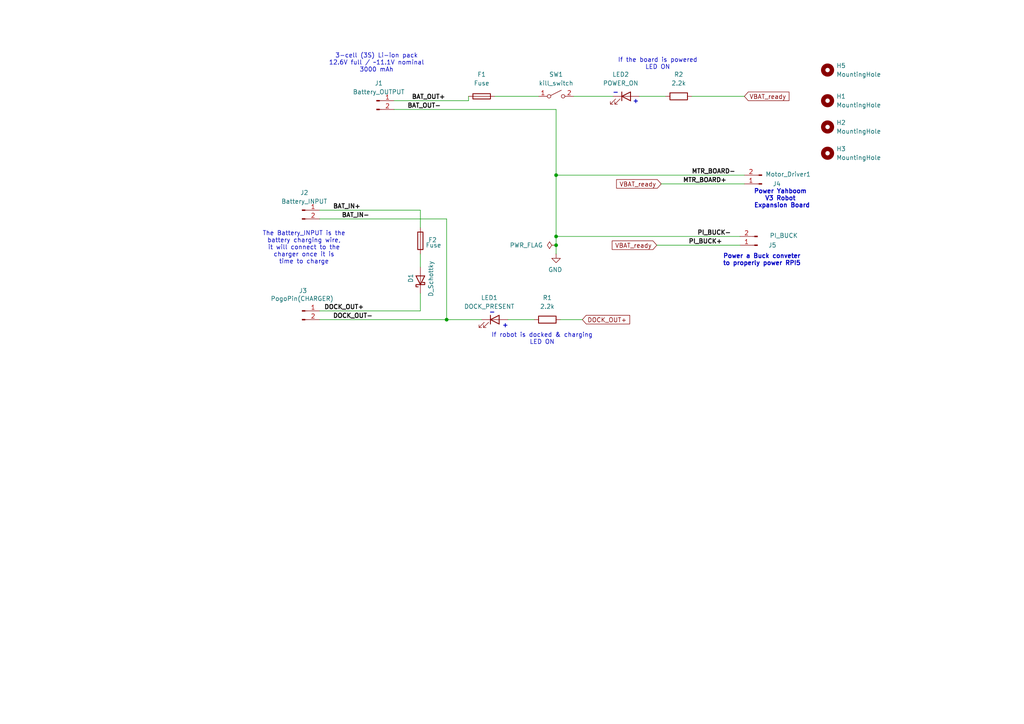
<source format=kicad_sch>
(kicad_sch (version 20250114) (generator "eeschema") (generator_version "9.0")
  (paper "A4")
  (title_block (title "Lifeline Bot Power Board") (date "2025") (rev "2/7/2026"))
  (lib_symbols
    (symbol "Connector:Conn_01x02_Pin" (pin_names (offset 1.016) (hide yes))
      (property "Reference" "J" (at 0 2.54 0))
      (property "Value" "Conn_01x02_Pin" (at 0 -5.08 0))
      (symbol "Conn_01x02_Pin_1_1"
        (rectangle (start 0.8636 0.127) (end 0 -0.127) (stroke (width 0.1524)) (fill (type outline)))
        (rectangle (start 0.8636 -2.413) (end 0 -2.667) (stroke (width 0.1524)) (fill (type outline)))
        (polyline (pts (xy 1.27 0) (xy 0.8636 0)) (stroke (width 0.1524)))
        (polyline (pts (xy 1.27 -2.54) (xy 0.8636 -2.54)) (stroke (width 0.1524)))
        (pin passive line (at 5.08 0 180) (length 3.81) (name "Pin_1") (number "1"))
        (pin passive line (at 5.08 -2.54 180) (length 3.81) (name "Pin_2") (number "2"))
      )
    )
    (symbol "Device:D_Schottky" (pin_numbers (hide yes)) (pin_names (offset 1.016) (hide yes))
      (property "Reference" "D" (at 0 2.54 0))
      (property "Value" "D_Schottky" (at 0 -2.54 0))
      (symbol "D_Schottky_0_1"
        (polyline (pts (xy -1.905 0.635) (xy -1.905 1.27) (xy -1.27 1.27) (xy -1.27 -1.27) (xy -0.635 -1.27) (xy -0.635 -0.635)) (stroke (width 0.254)))
        (polyline (pts (xy 1.27 1.27) (xy 1.27 -1.27) (xy -1.27 0) (xy 1.27 1.27)) (stroke (width 0.254)))
        (polyline (pts (xy 1.27 0) (xy -1.27 0)))
      )
      (symbol "D_Schottky_1_1"
        (pin passive line (at -3.81 0 0) (length 2.54) (name "K") (number "1"))
        (pin passive line (at 3.81 0 180) (length 2.54) (name "A") (number "2"))
      )
    )
    (symbol "Device:Fuse" (pin_numbers (hide yes)) (pin_names (offset 0))
      (property "Reference" "F" (at 2.032 0 90))
      (property "Value" "Fuse" (at -1.905 0 90))
      (symbol "Fuse_0_1"
        (rectangle (start -0.762 -2.54) (end 0.762 2.54) (stroke (width 0.254)))
        (polyline (pts (xy 0 2.54) (xy 0 -2.54)))
      )
      (symbol "Fuse_1_1"
        (pin passive line (at 0 3.81 270) (length 1.27) (name "~") (number "1"))
        (pin passive line (at 0 -3.81 90) (length 1.27) (name "~") (number "2"))
      )
    )
    (symbol "Device:LED" (pin_numbers (hide yes)) (pin_names (offset 1.016) (hide yes))
      (property "Reference" "D" (at 0 2.54 0))
      (property "Value" "LED" (at 0 -2.54 0))
      (symbol "LED_0_1"
        (polyline (pts (xy -3.048 -0.762) (xy -4.572 -2.286) (xy -3.81 -2.286) (xy -4.572 -2.286) (xy -4.572 -1.524)))
        (polyline (pts (xy -1.778 -0.762) (xy -3.302 -2.286) (xy -2.54 -2.286) (xy -3.302 -2.286) (xy -3.302 -1.524)))
        (polyline (pts (xy -1.27 0) (xy 1.27 0)))
        (polyline (pts (xy -1.27 -1.27) (xy -1.27 1.27)) (stroke (width 0.254)))
        (polyline (pts (xy 1.27 -1.27) (xy 1.27 1.27) (xy -1.27 0) (xy 1.27 -1.27)) (stroke (width 0.254)))
      )
      (symbol "LED_1_1"
        (pin passive line (at -3.81 0 0) (length 2.54) (name "K") (number "1"))
        (pin passive line (at 3.81 0 180) (length 2.54) (name "A") (number "2"))
      )
    )
    (symbol "Device:R" (pin_numbers (hide yes)) (pin_names (offset 0))
      (property "Reference" "R" (at 2.032 0 90))
      (property "Value" "R" (at 0 0 90))
      (symbol "R_0_1"
        (rectangle (start -1.016 -2.54) (end 1.016 2.54) (stroke (width 0.254)))
      )
      (symbol "R_1_1"
        (pin passive line (at 0 3.81 270) (length 1.27) (name "~") (number "1"))
        (pin passive line (at 0 -3.81 90) (length 1.27) (name "~") (number "2"))
      )
    )
    (symbol "Mechanical:MountingHole" (pin_names (offset 1.016)) (in_bom no)
      (property "Reference" "H" (at 0 5.08 0))
      (property "Value" "MountingHole" (at 0 3.175 0))
      (symbol "MountingHole_0_1"
        (circle (center 0 0) (radius 1.27) (stroke (width 1.27)))
      )
    )
    (symbol "Switch:SW_SPST" (pin_names (offset 0) (hide yes))
      (property "Reference" "SW" (at 0 3.175 0))
      (property "Value" "SW_SPST" (at 0 -2.54 0))
      (symbol "SW_SPST_0_0"
        (circle (center -2.032 0) (radius 0.508))
        (polyline (pts (xy -1.524 0.254) (xy 1.524 1.778)))
        (circle (center 2.032 0) (radius 0.508))
      )
      (symbol "SW_SPST_1_1"
        (pin passive line (at -5.08 0 0) (length 2.54) (name "A") (number "1"))
        (pin passive line (at 5.08 0 180) (length 2.54) (name "B") (number "2"))
      )
    )
    (symbol "power:GND" (power) (pin_numbers (hide yes)) (pin_names (offset 0) (hide yes))
      (property "Value" "GND" (at 0 -3.81 0))
      (symbol "GND_0_1"
        (polyline (pts (xy 0 0) (xy 0 -1.27) (xy 1.27 -1.27) (xy 0 -2.54) (xy -1.27 -1.27) (xy 0 -1.27)))
      )
      (symbol "GND_1_1"
        (pin power_in line (at 0 0 270) (length 0) (name "~") (number "1"))
      )
    )
    (symbol "power:PWR_FLAG" (power) (pin_numbers (hide yes)) (pin_names (offset 0) (hide yes))
      (property "Value" "PWR_FLAG" (at 0 3.81 0))
      (symbol "PWR_FLAG_0_0"
        (pin power_out line (at 0 0 90) (length 0) (name "~") (number "1"))
      )
      (symbol "PWR_FLAG_0_1"
        (polyline (pts (xy 0 0) (xy 0 1.27) (xy -1.016 1.905) (xy 0 2.54) (xy 1.016 1.905) (xy 0 1.27)))
      )
    )
  )
  (text "Power Yahboom \nV3 Robot \nExpansion Board" (at 226.822 57.658 0) (effects (font (size 1.27 1.27) (thickness 0.254) (bold yes))))
  (text "-" (at 142.748 90.678 0) (effects (font (size 1.27 1.27) (thickness 0.254) (bold yes))))
  (text "The Battery_INPUT is the \nbattery charging wire, \nit will connect to the \ncharger once it is \ntime to charge " (at 88.646 71.882 0) (effects (font (size 1.27 1.27))))
  (text "If the board is powered\nLED ON" (at 190.754 18.542 0) (effects (font (size 1.27 1.27))))
  (text "Power a Buck conveter\nto properly power RPI5" (at 220.98 75.438 0) (effects (font (size 1.27 1.27) (thickness 0.254) (bold yes))))
  (text "3-cell (3S) Li-ion pack\n12.6V full / ~11.1V nominal\n3000 mAh" (at 109.22 18.288 0) (effects (font (size 1.27 1.27))))
  (text "-" (at 178.562 26.924 0) (effects (font (size 1.27 1.27) (thickness 0.254) (bold yes))))
  (text "If robot is docked & charging\nLED ON" (at 157.226 98.298 0) (effects (font (size 1.27 1.27))))
  (text "+" (at 146.558 94.488 0) (effects (font (size 1.27 1.27) (thickness 0.254) (bold yes))))
  (text "+" (at 184.404 29.464 0) (effects (font (size 1.27 1.27) (thickness 0.254) (bold yes))))
  (junction (at 129.54 92.71))
  (junction (at 161.29 68.58))
  (junction (at 161.29 50.8))
  (junction (at 161.29 71.12))
  (wire (pts (xy 161.29 50.8) (xy 215.9 50.8)))
  (wire (pts (xy 161.29 31.75) (xy 161.29 50.8)))
  (wire (pts (xy 161.29 68.58) (xy 161.29 71.12)))
  (wire (pts (xy 162.56 92.71) (xy 168.91 92.71)))
  (wire (pts (xy 185.42 27.94) (xy 193.04 27.94)))
  (wire (pts (xy 147.32 92.71) (xy 154.94 92.71)))
  (wire (pts (xy 191.77 53.34) (xy 215.9 53.34)))
  (wire (pts (xy 135.89 29.21) (xy 135.89 27.94)))
  (wire (pts (xy 143.51 27.94) (xy 156.21 27.94)))
  (wire (pts (xy 92.71 90.17) (xy 121.92 90.17)))
  (wire (pts (xy 166.37 27.94) (xy 177.8 27.94)))
  (wire (pts (xy 121.92 60.96) (xy 121.92 66.04)))
  (wire (pts (xy 92.71 63.5) (xy 129.54 63.5)))
  (wire (pts (xy 200.66 27.94) (xy 215.9 27.94)))
  (wire (pts (xy 129.54 92.71) (xy 139.7 92.71)))
  (wire (pts (xy 161.29 73.66) (xy 161.29 71.12)))
  (wire (pts (xy 114.3 29.21) (xy 135.89 29.21)))
  (wire (pts (xy 190.5 71.12) (xy 214.63 71.12)))
  (wire (pts (xy 121.92 73.66) (xy 121.92 77.47)))
  (wire (pts (xy 114.3 31.75) (xy 161.29 31.75)))
  (wire (pts (xy 214.63 68.58) (xy 161.29 68.58)))
  (wire (pts (xy 92.71 60.96) (xy 121.92 60.96)))
  (wire (pts (xy 121.92 85.09) (xy 121.92 90.17)))
  (wire (pts (xy 161.29 50.8) (xy 161.29 68.58)))
  (wire (pts (xy 129.54 63.5) (xy 129.54 92.71)))
  (wire (pts (xy 92.71 92.71) (xy 129.54 92.71)))
  (label "BAT_IN+" (at 96.52 60.96 0) (effects (font (thickness 0.254) (bold yes))))
  (label "MTR_BOARD+" (at 210.82 53.34 180) (effects (font (thickness 0.254) (bold yes))))
  (label "PI_BUCK+" (at 209.55 71.12 180) (effects (font (thickness 0.254) (bold yes))))
  (label "MTR_BOARD-" (at 213.36 50.8 180) (effects (font (thickness 0.254) (bold yes))))
  (label "BAT_OUT-" (at 118.11 31.75 0) (effects (font (thickness 0.254) (bold yes))))
  (label "DOCK_OUT+" (at 93.98 90.17 0) (effects (font (thickness 0.254) (bold yes))))
  (label "BAT_IN-" (at 99.06 63.5 0) (effects (font (thickness 0.254) (bold yes))))
  (label "BAT_OUT+" (at 119.38 29.21 0) (effects (font (thickness 0.254) (bold yes))))
  (label "PI_BUCK-" (at 212.09 68.58 180) (effects (font (thickness 0.254) (bold yes))))
  (label "DOCK_OUT-" (at 96.52 92.71 0) (effects (font (thickness 0.254) (bold yes))))
  (global_label "VBAT_ready" (shape input) (at 215.9 27.94 0) (property "Intersheetrefs" "${INTERSHEET_REFS}" (effects (hide yes))))
  (global_label "VBAT_ready" (shape input) (at 190.5 71.12 180) (property "Intersheetrefs" "${INTERSHEET_REFS}" (effects (hide yes))))
  (global_label "DOCK_OUT+" (shape input) (at 168.91 92.71 0) (property "Intersheetrefs" "${INTERSHEET_REFS}" (effects (hide yes))))
  (global_label "VBAT_ready" (shape input) (at 191.77 53.34 180) (property "Intersheetrefs" "${INTERSHEET_REFS}" (effects (hide yes))))
  (symbol (lib_id "power:PWR_FLAG") (at 161.29 71.12 90) (unit 1)
    (property "Reference" "#FLG01" (effects (hide yes)))
    (property "Value" "PWR_FLAG" (at 157.48 71.1199 90) (effects (justify left)))
    (property "Description" "Special symbol for telling ERC where power comes from" (effects (hide yes)))
  )
  (symbol (lib_id "power:GND") (at 161.29 73.66 0) (unit 1)
    (property "Reference" "#PWR01" (effects (hide yes)))
    (property "Value" "GND" (at 161.036 78.232 0))
    (property "Description" "Power symbol creates a global label with name \"GND\" , ground" (effects (hide yes)))
  )
  (symbol (lib_id "Mechanical:MountingHole") (at 240.03 29.21 0) (unit 1) (in_bom no)
    (property "Reference" "H1" (at 242.57 27.9399 0) (effects (justify left)))
    (property "Value" "MountingHole" (at 242.57 30.4799 0) (effects (justify left)))
    (property "Footprint" "MountingHole:MountingHole_2.1mm" (effects (hide yes)))
    (property "Description" "Mounting Hole without connection" (effects (hide yes)))
  )
  (symbol (lib_id "Device:LED") (at 181.61 27.94 0) (unit 1)
    (property "Reference" "LED2" (at 180.0225 21.59 0))
    (property "Value" "POWER_ON" (at 180.0225 24.13 0))
    (property "Footprint" "LED_THT:LED_D3.0mm" (effects (hide yes)))
    (property "Description" "Light emitting diode" (effects (hide yes)))
    (property "MF" "ADLINK Technology, Inc." (effects (hide yes)))
    (property "Description_1" "FUSE 5X20 PGT REELED T1 6A 250V" (effects (hide yes)))
    (property "Package" "None" (effects (hide yes)))
    (property "Price" "None" (effects (hide yes)))
    (property "SnapEDA_Link" "https://www.snapeda.com/parts/LED/Adlink/view-part/?ref=snap" (effects (hide yes)))
    (property "MP" "LED" (effects (hide yes)))
    (property "Availability" "Not in stock" (effects (hide yes)))
    (property "Check_prices" "https://www.snapeda.com/parts/LED/Adlink/view-part/?ref=eda" (effects (hide yes)))
    (property "Sim.Pins" "1=K 2=A" (effects (hide yes)))
  )
  (symbol (lib_id "Mechanical:MountingHole") (at 240.03 20.32 0) (unit 1) (in_bom no)
    (property "Reference" "H5" (at 242.57 19.0499 0) (effects (justify left)))
    (property "Value" "MountingHole" (at 242.57 21.5899 0) (effects (justify left)))
    (property "Footprint" "MountingHole:MountingHole_2.1mm" (effects (hide yes)))
    (property "Description" "Mounting Hole without connection" (effects (hide yes)))
  )
  (symbol (lib_id "Switch:SW_SPST") (at 161.29 27.94 0) (unit 1)
    (property "Reference" "SW1" (at 161.29 21.59 0))
    (property "Value" "kill_switch" (at 161.29 24.13 0))
    (property "Footprint" "TerminalBlock_Phoenix:TerminalBlock_Phoenix_MKDS-1,5-2-5.08_1x02_P5.08mm_Horizontal" (effects (hide yes)))
    (property "Description" "Single Pole Single Throw (SPST) switch" (effects (hide yes)))
  )
  (symbol (lib_id "Connector:Conn_01x02_Pin") (at 87.63 60.96 0) (unit 1)
    (property "Reference" "J2" (at 88.265 55.88 0))
    (property "Value" "Battery_INPUT" (at 88.265 58.42 0))
    (property "Footprint" "TerminalBlock_Phoenix:TerminalBlock_Phoenix_MKDS-1,5-2-5.08_1x02_P5.08mm_Horizontal" (effects (hide yes)))
    (property "Description" "Generic connector, single row, 01x02, script generated" (effects (hide yes)))
  )
  (symbol (lib_id "Connector:Conn_01x02_Pin") (at 109.22 29.21 0) (unit 1)
    (property "Reference" "J1" (at 109.855 24.13 0))
    (property "Value" "Battery_OUTPUT" (at 109.855 26.67 0))
    (property "Footprint" "TerminalBlock_Phoenix:TerminalBlock_Phoenix_MKDS-1,5-2-5.08_1x02_P5.08mm_Horizontal" (effects (hide yes)))
    (property "Description" "Generic connector, single row, 01x02, script generated" (effects (hide yes)))
  )
  (symbol (lib_id "Connector:Conn_01x02_Pin") (at 219.71 71.12 180) (unit 1)
    (property "Reference" "J5" (at 224.028 71.12 0))
    (property "Value" "PI_BUCK" (at 227.33 68.326 0))
    (property "Footprint" "TerminalBlock_Phoenix:TerminalBlock_Phoenix_MKDS-1,5-2-5.08_1x02_P5.08mm_Horizontal" (effects (hide yes)))
    (property "Description" "Generic connector, single row, 01x02, script generated" (effects (hide yes)))
  )
  (symbol (lib_id "Device:R") (at 158.75 92.71 90) (unit 1)
    (property "Reference" "R1" (at 158.75 86.36 90))
    (property "Value" "2.2k" (at 158.75 88.9 90))
    (property "Footprint" "Resistor_THT:R_Axial_DIN0204_L3.6mm_D1.6mm_P7.62mm_Horizontal" (effects (hide yes)))
    (property "Description" "Resistor" (effects (hide yes)))
  )
  (symbol (lib_id "Device:Fuse") (at 121.92 69.85 180) (unit 1)
    (property "Reference" "F2" (at 124.206 69.596 0) (effects (justify right)))
    (property "Value" "Fuse" (at 123.444 71.12 0) (effects (justify right)))
    (property "Footprint" "Fuse:Fuse_BelFuse_0ZRE0005FF_L8.3mm_W3.8mm" (effects (hide yes)))
    (property "Description" "Fuse" (effects (hide yes)))
  )
  (symbol (lib_id "Device:D_Schottky") (at 121.92 81.28 90) (unit 1)
    (property "Reference" "D1" (at 119.126 82.042 0) (effects (justify left)))
    (property "Value" "D_Schottky" (at 124.968 86.106 0) (effects (justify left)))
    (property "Footprint" "Diode_THT:D_5KPW_P12.70mm_Horizontal" (effects (hide yes)))
    (property "Description" "Schottky diode" (effects (hide yes)))
  )
  (symbol (lib_id "Mechanical:MountingHole") (at 240.03 44.45 0) (unit 1) (in_bom no)
    (property "Reference" "H3" (at 242.57 43.1799 0) (effects (justify left)))
    (property "Value" "MountingHole" (at 242.57 45.7199 0) (effects (justify left)))
    (property "Footprint" "MountingHole:MountingHole_2.1mm" (effects (hide yes)))
    (property "Description" "Mounting Hole without connection" (effects (hide yes)))
  )
  (symbol (lib_id "Device:R") (at 196.85 27.94 90) (unit 1)
    (property "Reference" "R2" (at 196.85 21.59 90))
    (property "Value" "2.2k" (at 196.85 24.13 90))
    (property "Footprint" "Resistor_THT:R_Axial_DIN0204_L3.6mm_D1.6mm_P7.62mm_Horizontal" (effects (hide yes)))
    (property "Description" "Resistor" (effects (hide yes)))
  )
  (symbol (lib_id "Connector:Conn_01x02_Pin") (at 220.98 53.34 180) (unit 1)
    (property "Reference" "J4" (at 225.298 53.34 0))
    (property "Value" "Motor_Driver1" (at 228.6 50.546 0))
    (property "Footprint" "TerminalBlock_Phoenix:TerminalBlock_Phoenix_MKDS-1,5-2-5.08_1x02_P5.08mm_Horizontal" (effects (hide yes)))
    (property "Description" "Generic connector, single row, 01x02, script generated" (effects (hide yes)))
  )
  (symbol (lib_id "Device:LED") (at 143.51 92.71 0) (unit 1)
    (property "Reference" "LED1" (at 141.9225 86.36 0))
    (property "Value" "DOCK_PRESENT" (at 141.9225 88.9 0))
    (property "Footprint" "LED_THT:LED_D3.0mm" (effects (hide yes)))
    (property "Description" "Light emitting diode" (effects (hide yes)))
    (property "MF" "ADLINK Technology, Inc." (effects (hide yes)))
    (property "Description_1" "FUSE 5X20 PGT REELED T1 6A 250V" (effects (hide yes)))
    (property "Package" "None" (effects (hide yes)))
    (property "Price" "None" (effects (hide yes)))
    (property "SnapEDA_Link" "https://www.snapeda.com/parts/LED/Adlink/view-part/?ref=snap" (effects (hide yes)))
    (property "MP" "LED" (effects (hide yes)))
    (property "Availability" "Not in stock" (effects (hide yes)))
    (property "Check_prices" "https://www.snapeda.com/parts/LED/Adlink/view-part/?ref=eda" (effects (hide yes)))
    (property "Sim.Pins" "1=K 2=A" (effects (hide yes)))
  )
  (symbol (lib_id "Mechanical:MountingHole") (at 240.03 36.83 0) (unit 1) (in_bom no)
    (property "Reference" "H2" (at 242.57 35.5599 0) (effects (justify left)))
    (property "Value" "MountingHole" (at 242.57 38.0999 0) (effects (justify left)))
    (property "Footprint" "MountingHole:MountingHole_2.1mm" (effects (hide yes)))
    (property "Description" "Mounting Hole without connection" (effects (hide yes)))
  )
  (symbol (lib_id "Device:Fuse") (at 139.7 27.94 90) (unit 1)
    (property "Reference" "F1" (at 139.7 21.59 90))
    (property "Value" "Fuse" (at 139.7 24.13 90))
    (property "Footprint" "Fuse:Fuse_BelFuse_0ZRE0005FF_L8.3mm_W3.8mm" (effects (hide yes)))
    (property "Description" "Fuse" (effects (hide yes)))
  )
  (symbol (lib_id "Connector:Conn_01x02_Pin") (at 87.63 90.17 0) (unit 1)
    (property "Reference" "J3" (at 87.884 84.328 0))
    (property "Value" "PogoPin(CHARGER)" (at 87.63 86.614 0))
    (property "Footprint" "TerminalBlock_Phoenix:TerminalBlock_Phoenix_MKDS-1,5-2-5.08_1x02_P5.08mm_Horizontal" (effects (hide yes)))
    (property "Description" "Generic connector, single row, 01x02, script generated" (effects (hide yes)))
  )
)
</source>
